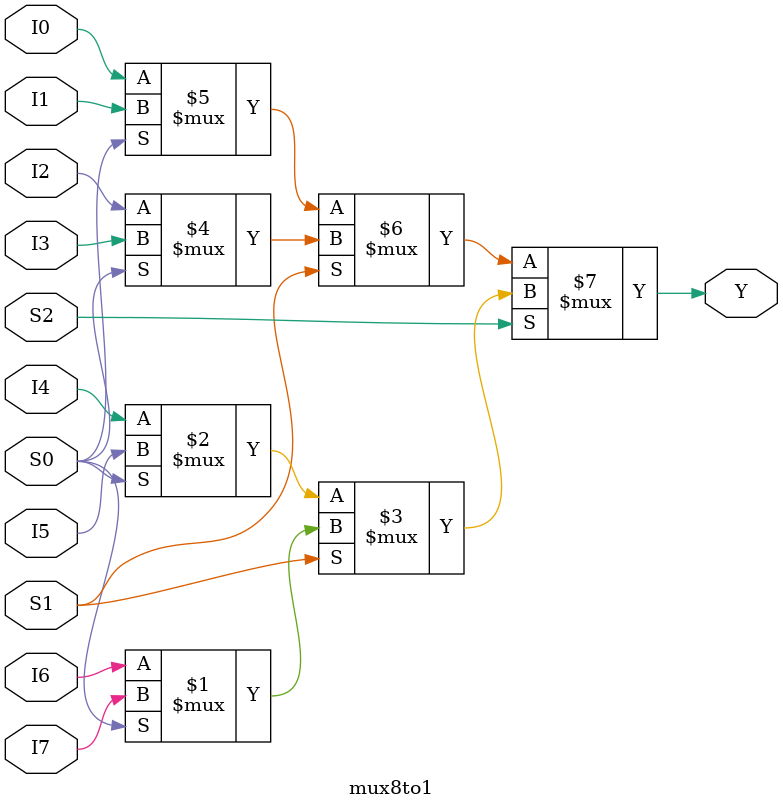
<source format=v>
module mux8to1 (
    input I0,
    input I1,
    input I2,
    input I3,
    input I4,
    input I5,
    input I6,
    input I7,
    input S0,
    input S1,
    input S2,
    output Y
);
    assign Y = (S2 ? (S1 ? (S0 ? I7 : I6) : (S0 ? I5 : I4)) : (S1 ? (S0 ? I3 : I2) : (S0 ? I1 : I0)));
endmodule
</source>
